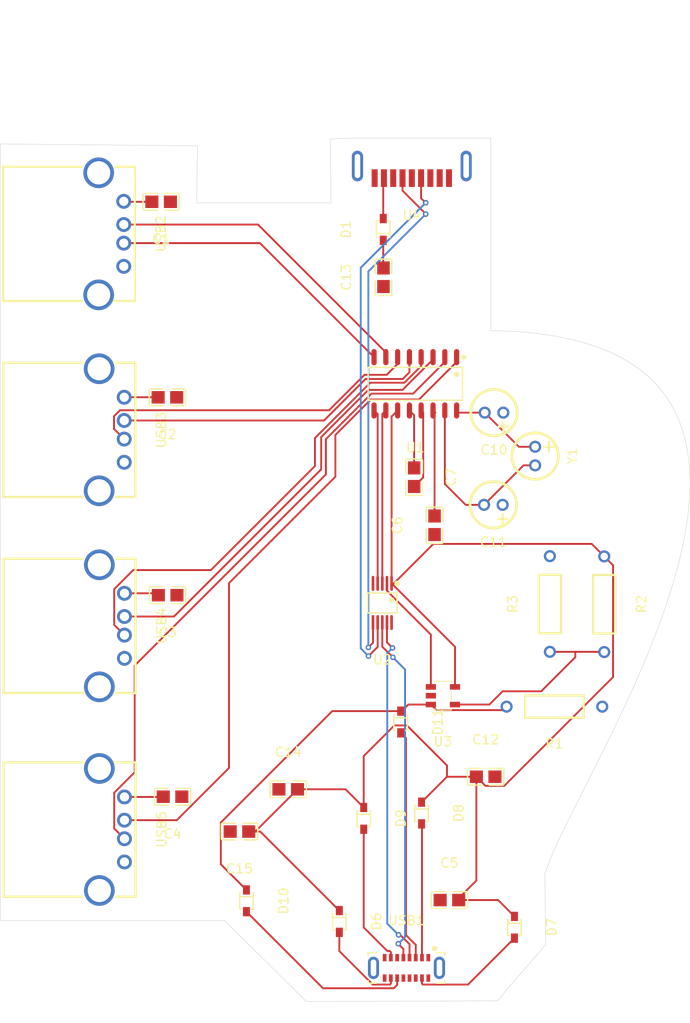
<source format=kicad_pcb>
(kicad_pcb (version 20241229) (generator "pcbnew") (generator_version "9.0")
  (layers (0 "F.Cu" signal) (2 "B.Cu" signal) (13 "F.Paste" user) (15 "B.Paste" user) (5 "F.SilkS" user "F.Silkscreen") (7 "B.SilkS" user "B.Silkscreen") (1 "F.Mask" user) (3 "B.Mask" user) (25 "Edge.Cuts" user))
  (net 0 "")
  (net 1 "GND")
  (net 2 "Powah")
  (net 3 "Net-(U1-VDD18)")
  (net 4 "Net-(U1-VDD33)")
  (net 5 "Net-(U1-XIN)")
  (net 6 "Net-(U1-XOUT)")
  (net 7 "Net-(D1-A)")
  (net 8 "CC")
  (net 9 "Net-(U3--IN)")
  (net 10 "DM3")
  (net 11 "DP4")
  (net 12 "DM4")
  (net 13 "DP2")
  (net 14 "DM ")
  (net 15 "DM2")
  (net 16 "DP3")
  (net 17 "DP1")
  (net 18 "DM1")
  (net 19 "DP")
  (net 20 "SEL")
  (net 21 "Net-(U2-HSD1-)")
  (net 22 "Net-(U2-HSD2+)")
  (net 23 "Net-(U2-HSD2-)")
  (net 24 "Net-(U2-HSD1+)")
  (net 30 "Net-(D6-A)")
  (net 31 "Net-(D7-A)")
  (net 32 "Net-(D8-A)")
  (net 33 "Net-(D9-A)")
  (net 34 "Net-(D10-A)")
  (net 35 "Net-(D11-A)")
  (footprint "Footprints:USB-A-TH_USB-231-ARY" (layer "F.Cu") (at 105.12 115.25 -90)
    (property "Reference" "USB4" (at 0 -5.35 90) (layer "F.SilkS"))
    (property "Value" "USB-231-ARY")
    (pad "1" thru_hole circle (at -3.5 -1.35 270) (size 1.6 1.6) (drill 0.999998) (layers "*.Cu" "*.Mask") (net 2 "Powah"))
    (pad "2" thru_hole circle (at -1 -1.35 270) (size 1.6 1.6) (drill 0.999998) (layers "*.Cu" "*.Mask") (net 10 "DM3"))
    (pad "3" thru_hole circle (at 1 -1.35 270) (size 1.6 1.6) (drill 0.999998) (layers "*.Cu" "*.Mask") (net 16 "DP3"))
    (pad "4" thru_hole circle (at 3.5 -1.35 270) (size 1.6 1.6) (drill 0.999998) (layers "*.Cu" "*.Mask") (net 1 "GND"))
    (pad "5" thru_hole circle (at -6.57 1.35 270) (size 3.3 3.3) (drill 2.50002) (layers "*.Cu" "*.Mask") (net 1 "GND"))
    (pad "6" thru_hole circle (at 6.57 1.35 270) (size 3.3 3.3) (drill 2.50002) (layers "*.Cu" "*.Mask") (net 1 "GND"))
  )
  (footprint "Footprints:SOD-323_L1.8-W1.3-LS2.5-RD" (layer "F.Cu") (at 119.6 144.855 -90)
    (property "Reference" "D10" (at 0 -4 90) (layer "F.SilkS"))
    (property "Value" "NSR0320MW2T1G")
    (pad "1" smd rect (at -1.17 0 270) (size 1 0.75) (layers "F.Cu" "F.Mask" "F.Paste") (net 8 "CC"))
    (pad "2" smd rect (at 1.17 0 270) (size 1 0.75) (layers "F.Cu" "F.Mask" "F.Paste") (net 34 "Net-(D10-A)"))
  )
  (footprint "Footprints:C0805" (layer "F.Cu") (at 110.42 69.6 180)
    (property "Reference" "C1" (at 0 -4 0) (layer "F.SilkS"))
    (property "Value" "10uf")
    (pad "1" smd rect (at -1 0 180) (size 1.41 1.35) (layers "F.Cu" "F.Mask" "F.Paste") (net 1 "GND"))
    (pad "2" smd rect (at 1 0 180) (size 1.41 1.35) (layers "F.Cu" "F.Mask" "F.Paste") (net 2 "Powah"))
  )
  (footprint "Footprints:USB-A-TH_USB-231-ARY" (layer "F.Cu") (at 105.045 73.05 -90)
    (property "Reference" "USB2" (at 0 -5.35 90) (layer "F.SilkS"))
    (property "Value" "USB-231-ARY")
    (pad "1" thru_hole circle (at -3.5 -1.35 270) (size 1.6 1.6) (drill 0.999998) (layers "*.Cu" "*.Mask") (net 2 "Powah"))
    (pad "2" thru_hole circle (at -1 -1.35 270) (size 1.6 1.6) (drill 0.999998) (layers "*.Cu" "*.Mask") (net 18 "DM1"))
    (pad "3" thru_hole circle (at 1 -1.35 270) (size 1.6 1.6) (drill 0.999998) (layers "*.Cu" "*.Mask") (net 17 "DP1"))
    (pad "4" thru_hole circle (at 3.5 -1.35 270) (size 1.6 1.6) (drill 0.999998) (layers "*.Cu" "*.Mask") (net 1 "GND"))
    (pad "5" thru_hole circle (at -6.57 1.35 270) (size 3.3 3.3) (drill 2.50002) (layers "*.Cu" "*.Mask") (net 1 "GND"))
    (pad "6" thru_hole circle (at 6.57 1.35 270) (size 3.3 3.3) (drill 2.50002) (layers "*.Cu" "*.Mask") (net 1 "GND"))
  )
  (footprint "Footprints:SOD-323_L1.8-W1.3-LS2.5-RD" (layer "F.Cu") (at 148.45 147.705 -90)
    (property "Reference" "D7" (at 0 -4 90) (layer "F.SilkS"))
    (property "Value" "NSR0320MW2T1G")
    (pad "1" smd rect (at -1.17 0 270) (size 1 0.75) (layers "F.Cu" "F.Mask" "F.Paste") (net 2 "Powah"))
    (pad "2" smd rect (at 1.17 0 270) (size 1 0.75) (layers "F.Cu" "F.Mask" "F.Paste") (net 31 "Net-(D7-A)"))
  )
  (footprint "Footprints:RES-TH_BD2.4-L6.3-P10.30-D0.6" (layer "F.Cu") (at 152.2625 112.9 90)
    (property "Reference" "R3" (at 0 -4 90) (layer "F.SilkS"))
    (property "Value" "4.7k")
    (pad "1" thru_hole circle (at -5.15 0 90) (size 1.3 1.3) (drill 0.799998) (layers "*.Cu" "*.Mask") (net 9 "Net-(U3--IN)"))
    (pad "2" thru_hole circle (at 5.15 0 90) (size 1.3 1.3) (drill 0.799998) (layers "*.Cu" "*.Mask") (net 1 "GND"))
  )
  (footprint "Footprints:CAP-TH_BD5.0-P2.00-D0.8-FD" (layer "F.Cu") (at 146.25 92.3 180)
    (property "Reference" "C10" (at 0 -4 0) (layer "F.SilkS"))
    (property "Value" "15pf")
    (pad "1" thru_hole circle (at -1 0 180) (size 1.3 1.3) (drill 0.799998) (layers "*.Cu" "*.Mask") (net 1 "GND"))
    (pad "2" thru_hole circle (at 1 0 180) (size 1.3 1.3) (drill 0.799998) (layers "*.Cu" "*.Mask") (net 5 "Net-(U1-XIN)"))
  )
  (footprint "Footprints:C0805" (layer "F.Cu") (at 141.45 144.775)
    (property "Reference" "C5" (at 0 -4 0) (layer "F.SilkS"))
    (property "Value" "10uf")
    (pad "1" smd rect (at -1 0) (size 1.41 1.35) (layers "F.Cu" "F.Mask" "F.Paste") (net 1 "GND"))
    (pad "2" smd rect (at 1 0) (size 1.41 1.35) (layers "F.Cu" "F.Mask" "F.Paste") (net 2 "Powah"))
  )
  (footprint "Footprints:C0805" (layer "F.Cu") (at 111.645 133.65 180)
    (property "Reference" "C4" (at 0 -4 0) (layer "F.SilkS"))
    (property "Value" "10uf")
    (pad "1" smd rect (at -1 0 180) (size 1.41 1.35) (layers "F.Cu" "F.Mask" "F.Paste") (net 1 "GND"))
    (pad "2" smd rect (at 1 0 180) (size 1.41 1.35) (layers "F.Cu" "F.Mask" "F.Paste") (net 2 "Powah"))
  )
  (footprint "Footprints:SOP-16_L10.0-W3.9-P1.27-LS6.0-BL" (layer "F.Cu") (at 137.775 89.195 180)
    (property "Reference" "U1" (at 0 -6.87 0) (layer "F.SilkS"))
    (property "Value" "SL2.1A_C6798314")
    (pad "1" smd oval (at -4.45 2.87 180) (size 0.56 1.75) (layers "F.Cu" "F.Mask" "F.Paste") (net 12 "DM4"))
    (pad "2" smd oval (at -3.18 2.87 180) (size 0.56 1.75) (layers "F.Cu" "F.Mask" "F.Paste") (net 11 "DP4"))
    (pad "3" smd oval (at -1.91 2.87 180) (size 0.56 1.75) (layers "F.Cu" "F.Mask" "F.Paste") (net 10 "DM3"))
    (pad "4" smd oval (at -0.63 2.87 180) (size 0.56 1.75) (layers "F.Cu" "F.Mask" "F.Paste") (net 16 "DP3"))
    (pad "5" smd oval (at 0.63 2.87 180) (size 0.56 1.75) (layers "F.Cu" "F.Mask" "F.Paste") (net 15 "DM2"))
    (pad "6" smd oval (at 1.9 2.87 180) (size 0.56 1.75) (layers "F.Cu" "F.Mask" "F.Paste") (net 13 "DP2"))
    (pad "7" smd oval (at 3.17 2.87 180) (size 0.56 1.75) (layers "F.Cu" "F.Mask" "F.Paste") (net 18 "DM1"))
    (pad "8" smd oval (at 4.44 2.87 180) (size 0.56 1.75) (layers "F.Cu" "F.Mask" "F.Paste") (net 17 "DP1"))
    (pad "9" smd oval (at 4.44 -2.87 180) (size 0.56 1.75) (layers "F.Cu" "F.Mask" "F.Paste") (net 14 "DM "))
    (pad "10" smd oval (at 3.17 -2.87 180) (size 0.56 1.75) (layers "F.Cu" "F.Mask" "F.Paste") (net 19 "DP"))
    (pad "11" smd oval (at 1.9 -2.87 180) (size 0.56 1.75) (layers "F.Cu" "F.Mask" "F.Paste") (net 2 "Powah"))
    (pad "12" smd oval (at 0.63 -2.87 180) (size 0.56 1.75) (layers "F.Cu" "F.Mask" "F.Paste") (net 1 "GND"))
    (pad "13" smd oval (at -0.63 -2.87 180) (size 0.56 1.75) (layers "F.Cu" "F.Mask" "F.Paste") (net 4 "Net-(U1-VDD33)"))
    (pad "14" smd oval (at -1.91 -2.87 180) (size 0.56 1.75) (layers "F.Cu" "F.Mask" "F.Paste") (net 3 "Net-(U1-VDD18)"))
    (pad "15" smd oval (at -3.18 -2.87 180) (size 0.56 1.75) (layers "F.Cu" "F.Mask" "F.Paste") (net 6 "Net-(U1-XOUT)"))
    (pad "16" smd oval (at -4.45 -2.87 180) (size 0.56 1.75) (layers "F.Cu" "F.Mask" "F.Paste") (net 5 "Net-(U1-XIN)"))
  )
  (footprint "Footprints:USB-A-TH_USB-231-ARY" (layer "F.Cu") (at 105.095 94.145 -90)
    (property "Reference" "USB3" (at 0 -5.35 90) (layer "F.SilkS"))
    (property "Value" "USB-231-ARY")
    (pad "1" thru_hole circle (at -3.5 -1.35 270) (size 1.6 1.6) (drill 0.999998) (layers "*.Cu" "*.Mask") (net 2 "Powah"))
    (pad "2" thru_hole circle (at -1 -1.35 270) (size 1.6 1.6) (drill 0.999998) (layers "*.Cu" "*.Mask") (net 15 "DM2"))
    (pad "3" thru_hole circle (at 1 -1.35 270) (size 1.6 1.6) (drill 0.999998) (layers "*.Cu" "*.Mask") (net 13 "DP2"))
    (pad "4" thru_hole circle (at 3.5 -1.35 270) (size 1.6 1.6) (drill 0.999998) (layers "*.Cu" "*.Mask") (net 1 "GND"))
    (pad "5" thru_hole circle (at -6.57 1.35 270) (size 3.3 3.3) (drill 2.50002) (layers "*.Cu" "*.Mask") (net 1 "GND"))
    (pad "6" thru_hole circle (at 6.57 1.35 270) (size 3.3 3.3) (drill 2.50002) (layers "*.Cu" "*.Mask") (net 1 "GND"))
  )
  (footprint "Footprints:SOD-323_L1.8-W1.3-LS2.5-RD" (layer "F.Cu") (at 138.45 135.405 -90)
    (property "Reference" "D8" (at 0 -4 90) (layer "F.SilkS"))
    (property "Value" "NSR0320MW2T1G")
    (pad "1" smd rect (at -1.17 0 270) (size 1 0.75) (layers "F.Cu" "F.Mask" "F.Paste") (net 2 "Powah"))
    (pad "2" smd rect (at 1.17 0 270) (size 1 0.75) (layers "F.Cu" "F.Mask" "F.Paste") (net 32 "Net-(D8-A)"))
  )
  (footprint "Footprints:RES-TH_BD2.4-L6.3-P10.30-D0.6" (layer "F.Cu") (at 158.1125 112.925 -90)
    (property "Reference" "R2" (at 0 -4 90) (layer "F.SilkS"))
    (property "Value" "10k")
    (pad "1" thru_hole circle (at -5.15 0 270) (size 1.3 1.3) (drill 0.799998) (layers "*.Cu" "*.Mask") (net 2 "Powah"))
    (pad "2" thru_hole circle (at 5.15 0 270) (size 1.3 1.3) (drill 0.799998) (layers "*.Cu" "*.Mask") (net 9 "Net-(U3--IN)"))
  )
  (footprint "Footprints:MSOP-10_L3.0-W3.0-P0.50-LS5.0-BL" (layer "F.Cu") (at 134.225 112.79 180)
    (property "Reference" "U2" (at 0 -6.11 0) (layer "F.SilkS"))
    (property "Value" "FSUSB42MUX")
    (pad "1" smd oval (at -1 2.11 180) (size 0.28 1.62) (layers "F.Cu" "F.Mask" "F.Paste") (net 2 "Powah"))
    (pad "2" smd oval (at -0.5 2.11 180) (size 0.28 1.62) (layers "F.Cu" "F.Mask" "F.Paste") (net 20 "SEL"))
    (pad "3" smd oval (at 0 2.11 180) (size 0.28 1.62) (layers "F.Cu" "F.Mask" "F.Paste") (net 19 "DP"))
    (pad "4" smd oval (at 0.5 2.11 180) (size 0.28 1.62) (layers "F.Cu" "F.Mask" "F.Paste") (net 14 "DM "))
    (pad "5" smd oval (at 1 2.11 180) (size 0.28 1.62) (layers "F.Cu" "F.Mask" "F.Paste") (net 1 "GND"))
    (pad "6" smd oval (at 1 -2.11 180) (size 0.28 1.62) (layers "F.Cu" "F.Mask" "F.Paste") (net 21 "Net-(U2-HSD1-)"))
    (pad "7" smd oval (at 0.5 -2.11 180) (size 0.28 1.62) (layers "F.Cu" "F.Mask" "F.Paste") (net 24 "Net-(U2-HSD1+)"))
    (pad "8" smd oval (at 0 -2.11 180) (size 0.28 1.62) (layers "F.Cu" "F.Mask" "F.Paste") (net 23 "Net-(U2-HSD2-)"))
    (pad "9" smd oval (at -0.5 -2.11 180) (size 0.28 1.62) (layers "F.Cu" "F.Mask" "F.Paste") (net 22 "Net-(U2-HSD2+)"))
    (pad "10" smd oval (at -1 -2.11 180) (size 0.28 1.62) (layers "F.Cu" "F.Mask" "F.Paste") (net 1 "GND"))
  )
  (footprint "Footprints:C0805" (layer "F.Cu") (at 111.12 111.95 180)
    (property "Reference" "C3" (at 0 -4 0) (layer "F.SilkS"))
    (property "Value" "10uf")
    (pad "1" smd rect (at -1 0 180) (size 1.41 1.35) (layers "F.Cu" "F.Mask" "F.Paste") (net 1 "GND"))
    (pad "2" smd rect (at 1 0 180) (size 1.41 1.35) (layers "F.Cu" "F.Mask" "F.Paste") (net 2 "Powah"))
  )
  (footprint "Footprints:CAP-TH_BD5.0-P2.00-D0.8-FD" (layer "F.Cu") (at 146.175 102.225 180)
    (property "Reference" "C11" (at 0 -4 0) (layer "F.SilkS"))
    (property "Value" "15pf")
    (pad "1" thru_hole circle (at -1 0 180) (size 1.3 1.3) (drill 0.799998) (layers "*.Cu" "*.Mask") (net 1 "GND"))
    (pad "2" thru_hole circle (at 1 0 180) (size 1.3 1.3) (drill 0.799998) (layers "*.Cu" "*.Mask") (net 6 "Net-(U1-XOUT)"))
  )
  (footprint "Footprints:TYPE-C-SMD_YTC-TC16S-128" (layer "F.Cu") (at 136.825 152.075)
    (property "Reference" "USB1" (at 0 -5.1 0) (layer "F.SilkS"))
    (property "Value" "YTC-TC16S-128_C2927282")
    (pad "A1" smd rect (at 2.35 -1.1) (size 0.4 0.79) (layers "F.Cu" "F.Mask" "F.Paste") (net 1 "GND"))
    (pad "A4" smd rect (at 1.67 -1.1) (size 0.4 0.79) (layers "F.Cu" "F.Mask" "F.Paste") (net 32 "Net-(D8-A)"))
    (pad "A5" smd rect (at 1 -1.1) (size 0.4 0.79) (layers "F.Cu" "F.Mask" "F.Paste") (net 35 "Net-(D11-A)"))
    (pad "A6" smd rect (at 0.33 -1.1) (size 0.4 0.79) (layers "F.Cu" "F.Mask" "F.Paste") (net 22 "Net-(U2-HSD2+)"))
    (pad "A7" smd rect (at -0.33 -1.1) (size 0.4 0.79) (layers "F.Cu" "F.Mask" "F.Paste") (net 23 "Net-(U2-HSD2-)"))
    (pad "A8" smd rect (at -1 -1.1) (size 0.4 0.79) (layers "F.Cu" "F.Mask" "F.Paste"))
    (pad "A9" smd rect (at -1.68 -1.1) (size 0.4 0.79) (layers "F.Cu" "F.Mask" "F.Paste") (net 33 "Net-(D9-A)"))
    (pad "A12" smd rect (at -2.35 -1.1) (size 0.4 0.79) (layers "F.Cu" "F.Mask" "F.Paste") (net 1 "GND"))
    (pad "B1" smd rect (at -2.35 1.1 180) (size 0.4 0.79) (layers "F.Cu" "F.Mask" "F.Paste") (net 1 "GND"))
    (pad "B4" smd rect (at -1.68 1.1 180) (size 0.4 0.79) (layers "F.Cu" "F.Mask" "F.Paste") (net 30 "Net-(D6-A)"))
    (pad "B5" smd rect (at -1 1.1 180) (size 0.4 0.79) (layers "F.Cu" "F.Mask" "F.Paste") (net 34 "Net-(D10-A)"))
    (pad "B6" smd rect (at -0.33 1.1 180) (size 0.4 0.79) (layers "F.Cu" "F.Mask" "F.Paste"))
    (pad "B7" smd rect (at 0.33 1.1 180) (size 0.4 0.79) (layers "F.Cu" "F.Mask" "F.Paste"))
    (pad "B8" smd rect (at 1 1.1 180) (size 0.4 0.79) (layers "F.Cu" "F.Mask" "F.Paste"))
    (pad "B9" smd rect (at 1.67 1.1 180) (size 0.4 0.79) (layers "F.Cu" "F.Mask" "F.Paste") (net 31 "Net-(D7-A)"))
    (pad "B12" smd rect (at 2.35 1.1 180) (size 0.4 0.79) (layers "F.Cu" "F.Mask" "F.Paste") (net 1 "GND"))
    (pad "EH1" thru_hole oval (at -3.55 0) (size 1.2 2.4) (drill oval 0.599999 1.799996) (layers "*.Cu" "*.Mask") (net 1 "GND"))
    (pad "EH2" thru_hole oval (at 3.55 0) (size 1.2 2.4) (drill oval 0.599999 1.799996) (layers "*.Cu" "*.Mask") (net 1 "GND"))
  )
  (footprint "Footprints:SOD-323_L1.8-W1.3-LS2.5-RD" (layer "F.Cu") (at 136.2 125.605 -90)
    (property "Reference" "D11" (at 0 -4 90) (layer "F.SilkS"))
    (property "Value" "NSR0320MW2T1G")
    (pad "1" smd rect (at -1.17 0 270) (size 1 0.75) (layers "F.Cu" "F.Mask" "F.Paste") (net 8 "CC"))
    (pad "2" smd rect (at 1.17 0 270) (size 1 0.75) (layers "F.Cu" "F.Mask" "F.Paste") (net 35 "Net-(D11-A)"))
  )
  (footprint "Footprints:SOD-323_L1.8-W1.3-LS2.5-RD" (layer "F.Cu") (at 134.325 72.575 90)
    (property "Reference" "D1" (at 0 -4 90) (layer "F.SilkS"))
    (property "Value" "NSR0320MW2T1G")
    (pad "1" smd rect (at -1.17 0 90) (size 1 0.75) (layers "F.Cu" "F.Mask" "F.Paste") (net 2 "Powah"))
    (pad "2" smd rect (at 1.17 0 90) (size 1 0.75) (layers "F.Cu" "F.Mask" "F.Paste") (net 7 "Net-(D1-A)"))
  )
  (footprint "Footprints:C0805" (layer "F.Cu") (at 124.1 132.85)
    (property "Reference" "C14" (at 0 -4 0) (layer "F.SilkS"))
    (property "Value" "10uf")
    (pad "1" smd rect (at -1 0) (size 1.41 1.35) (layers "F.Cu" "F.Mask" "F.Paste") (net 1 "GND"))
    (pad "2" smd rect (at 1 0) (size 1.41 1.35) (layers "F.Cu" "F.Mask" "F.Paste") (net 2 "Powah"))
  )
  (footprint "Footprints:C0805" (layer "F.Cu") (at 137.65 99.25 -90)
    (property "Reference" "C7" (at 0 -4 90) (layer "F.SilkS"))
    (property "Value" "10uf")
    (pad "1" smd rect (at -1 0 270) (size 1.41 1.35) (layers "F.Cu" "F.Mask" "F.Paste") (net 1 "GND"))
    (pad "2" smd rect (at 1 0 270) (size 1.41 1.35) (layers "F.Cu" "F.Mask" "F.Paste") (net 4 "Net-(U1-VDD33)"))
  )
  (footprint "Footprints:USB-A-TH_USB-231-ARY" (layer "F.Cu") (at 105.12 137.175 -90)
    (property "Reference" "USB5" (at 0 -5.35 90) (layer "F.SilkS"))
    (property "Value" "USB-231-ARY")
    (pad "1" thru_hole circle (at -3.5 -1.35 270) (size 1.6 1.6) (drill 0.999998) (layers "*.Cu" "*.Mask") (net 2 "Powah"))
    (pad "2" thru_hole circle (at -1 -1.35 270) (size 1.6 1.6) (drill 0.999998) (layers "*.Cu" "*.Mask") (net 12 "DM4"))
    (pad "3" thru_hole circle (at 1 -1.35 270) (size 1.6 1.6) (drill 0.999998) (layers "*.Cu" "*.Mask") (net 11 "DP4"))
    (pad "4" thru_hole circle (at 3.5 -1.35 270) (size 1.6 1.6) (drill 0.999998) (layers "*.Cu" "*.Mask") (net 1 "GND"))
    (pad "5" thru_hole circle (at -6.57 1.35 270) (size 3.3 3.3) (drill 2.50002) (layers "*.Cu" "*.Mask") (net 1 "GND"))
    (pad "6" thru_hole circle (at 6.57 1.35 270) (size 3.3 3.3) (drill 2.50002) (layers "*.Cu" "*.Mask") (net 1 "GND"))
  )
  (footprint "Footprints:SOD-323_L1.8-W1.3-LS2.5-RD" (layer "F.Cu") (at 132.225 135.98 -90)
    (property "Reference" "D9" (at 0 -4 90) (layer "F.SilkS"))
    (property "Value" "NSR0320MW2T1G")
    (pad "1" smd rect (at -1.17 0 270) (size 1 0.75) (layers "F.Cu" "F.Mask" "F.Paste") (net 2 "Powah"))
    (pad "2" smd rect (at 1.17 0 270) (size 1 0.75) (layers "F.Cu" "F.Mask" "F.Paste") (net 33 "Net-(D9-A)"))
  )
  (footprint "Footprints:SOD-323_L1.8-W1.3-LS2.5-RD" (layer "F.Cu") (at 129.6 147.08 -90)
    (property "Reference" "D6" (at 0 -4 90) (layer "F.SilkS"))
    (property "Value" "NSR0320MW2T1G")
    (pad "1" smd rect (at -1.17 0 270) (size 1 0.75) (layers "F.Cu" "F.Mask" "F.Paste") (net 2 "Powah"))
    (pad "2" smd rect (at 1.17 0 270) (size 1 0.75) (layers "F.Cu" "F.Mask" "F.Paste") (net 30 "Net-(D6-A)"))
  )
  (footprint "Footprints:C0805" (layer "F.Cu") (at 139.85 104.425 90)
    (property "Reference" "C6" (at 0 -4 90) (layer "F.SilkS"))
    (property "Value" "10uf")
    (pad "1" smd rect (at -1 0 90) (size 1.41 1.35) (layers "F.Cu" "F.Mask" "F.Paste") (net 1 "GND"))
    (pad "2" smd rect (at 1 0 90) (size 1.41 1.35) (layers "F.Cu" "F.Mask" "F.Paste") (net 3 "Net-(U1-VDD18)"))
  )
  (footprint "Footprints:C0805" (layer "F.Cu") (at 111.095 90.65 180)
    (property "Reference" "C2" (at 0 -4 0) (layer "F.SilkS"))
    (property "Value" "10uf")
    (pad "1" smd rect (at -1 0 180) (size 1.41 1.35) (layers "F.Cu" "F.Mask" "F.Paste") (net 1 "GND"))
    (pad "2" smd rect (at 1 0 180) (size 1.41 1.35) (layers "F.Cu" "F.Mask" "F.Paste") (net 2 "Powah"))
  )
  (footprint "Footprints:SOT-23-5_L3.0-W1.7-P0.95-LS2.8-BR" (layer "F.Cu") (at 140.75 122.775 180)
    (property "Reference" "U3" (at 0 -4.95 0) (layer "F.SilkS"))
    (property "Value" "LMV7219M5X/NOPB")
    (pad "1" smd rect (at 1.3 0.95 180) (size 1.1 0.6) (layers "F.Cu" "F.Mask" "F.Paste") (net 20 "SEL"))
    (pad "2" smd rect (at 1.3 0 180) (size 1.1 0.6) (layers "F.Cu" "F.Mask" "F.Paste") (net 1 "GND"))
    (pad "3" smd rect (at 1.3 -0.95 180) (size 1.1 0.6) (layers "F.Cu" "F.Mask" "F.Paste") (net 8 "CC"))
    (pad "4" smd rect (at -1.3 -0.95 180) (size 1.1 0.6) (layers "F.Cu" "F.Mask" "F.Paste") (net 9 "Net-(U3--IN)"))
    (pad "5" smd rect (at -1.3 0.95 180) (size 1.1 0.6) (layers "F.Cu" "F.Mask" "F.Paste") (net 2 "Powah"))
  )
  (footprint "Footprints:C0805" (layer "F.Cu") (at 118.85 137.4 180)
    (property "Reference" "C15" (at 0 -4 0) (layer "F.SilkS"))
    (property "Value" "10uf")
    (pad "1" smd rect (at -1 0 180) (size 1.41 1.35) (layers "F.Cu" "F.Mask" "F.Paste") (net 2 "Powah"))
    (pad "2" smd rect (at 1 0 180) (size 1.41 1.35) (layers "F.Cu" "F.Mask" "F.Paste") (net 1 "GND"))
  )
  (footprint "Footprints:CAP-TH_BD5.0-P2.00-D0.8-FD" (layer "F.Cu") (at 150.675 96.975 -90)
    (property "Reference" "Y1" (at 0 -4 90) (layer "F.SilkS"))
    (property "Value" "12Mhz")
    (pad "1" thru_hole circle (at -1 0 270) (size 1.3 1.3) (drill 0.799998) (layers "*.Cu" "*.Mask") (net 5 "Net-(U1-XIN)"))
    (pad "2" thru_hole circle (at 1 0 270) (size 1.3 1.3) (drill 0.799998) (layers "*.Cu" "*.Mask") (net 6 "Net-(U1-XOUT)"))
  )
  (footprint "Footprints:C0805" (layer "F.Cu") (at 134.35 77.725 90)
    (property "Reference" "C13" (at 0 -4 90) (layer "F.SilkS"))
    (property "Value" "10uf")
    (pad "1" smd rect (at -1 0 90) (size 1.41 1.35) (layers "F.Cu" "F.Mask" "F.Paste") (net 1 "GND"))
    (pad "2" smd rect (at 1 0 90) (size 1.41 1.35) (layers "F.Cu" "F.Mask" "F.Paste") (net 2 "Powah"))
  )
  (footprint "Footprints:USB-3.0-A-SMD_HC-USB3.0-C26" (layer "F.Cu") (at 137.4 66.4 180)
    (property "Reference" "U4" (at 0 -4.65 0) (layer "F.SilkS"))
    (property "Value" "HC-USB3.0-C26")
    (pad "1" smd rect (at 3 -0.65 180) (size 0.65 1.9) (layers "F.Cu" "F.Mask" "F.Paste") (net 7 "Net-(D1-A)"))
    (pad "2" smd rect (at 1 -0.65 180) (size 0.65 1.9) (layers "F.Cu" "F.Mask" "F.Paste") (net 21 "Net-(U2-HSD1-)"))
    (pad "3" smd rect (at -1 -0.65 180) (size 0.65 1.9) (layers "F.Cu" "F.Mask" "F.Paste") (net 24 "Net-(U2-HSD1+)"))
    (pad "4" smd rect (at -3 -0.65 180) (size 0.65 1.9) (layers "F.Cu" "F.Mask" "F.Paste") (net 1 "GND"))
    (pad "5" smd rect (at -4 -0.65 180) (size 0.65 1.9) (layers "F.Cu" "F.Mask" "F.Paste"))
    (pad "6" smd rect (at -2 -0.65 180) (size 0.65 1.9) (layers "F.Cu" "F.Mask" "F.Paste"))
    (pad "7" smd rect (at 0 -0.65 180) (size 0.65 1.9) (layers "F.Cu" "F.Mask" "F.Paste"))
    (pad "8" smd rect (at 2 -0.65 180) (size 0.65 1.9) (layers "F.Cu" "F.Mask" "F.Paste"))
    (pad "9" smd rect (at 4 -0.65 180) (size 0.65 1.9) (layers "F.Cu" "F.Mask" "F.Paste"))
    (pad "10" thru_hole oval (at -5.85 0.65 180) (size 1.2 3.3) (drill oval 0.599999 2.599995) (layers "*.Cu" "*.Mask") (net 1 "GND"))
    (pad "11" thru_hole oval (at 5.85 0.65 180) (size 1.2 3.3) (drill oval 0.599999 2.599995) (layers "*.Cu" "*.Mask") (net 1 "GND"))
  )
  (footprint "Footprints:C0805" (layer "F.Cu") (at 145.35 131.5)
    (property "Reference" "C12" (at 0 -4 0) (layer "F.SilkS"))
    (property "Value" "10uf")
    (pad "1" smd rect (at -1 0) (size 1.41 1.35) (layers "F.Cu" "F.Mask" "F.Paste") (net 2 "Powah"))
    (pad "2" smd rect (at 1 0) (size 1.41 1.35) (layers "F.Cu" "F.Mask" "F.Paste") (net 1 "GND"))
  )
  (footprint "Footprints:RES-TH_BD2.4-L6.3-P10.30-D0.6" (layer "F.Cu") (at 152.75 123.95 180)
    (property "Reference" "R1" (at 0 -4 0) (layer "F.SilkS"))
    (property "Value" "100k")
    (pad "1" thru_hole circle (at -5.15 0 180) (size 1.3 1.3) (drill 0.799998) (layers "*.Cu" "*.Mask") (net 1 "GND"))
    (pad "2" thru_hole circle (at 5.15 0 180) (size 1.3 1.3) (drill 0.799998) (layers "*.Cu" "*.Mask") (net 8 "CC"))
  )
  (gr_line (start 117.25 146.975) (end 93.1 146.975) (stroke (width 0.05)) (layer "Edge.Cuts"))
  (gr_line (start 114.25 69.725) (end 128.7 69.725) (stroke (width 0.05)) (layer "Edge.Cuts"))
  (gr_line (start 130.6 62.75) (end 145.9 62.75) (stroke (width 0.05)) (layer "Edge.Cuts"))
  (gr_line (start 147.525 154.525) (end 146.65 155.625) (stroke (width 0.05)) (layer "Edge.Cuts"))
  (gr_line (start 128.625 62.85) (end 130.6 62.75) (stroke (width 0.05)) (layer "Edge.Cuts"))
  (gr_curve (pts (xy 145.9 83.475) (xy 188.8 84) (xy 154.55 131.825) (xy 151.725 142)) (stroke (width 0.05)) (layer "Edge.Cuts"))
  (gr_line (start 128.7 69.725) (end 128.625 62.85) (stroke (width 0.05)) (layer "Edge.Cuts"))
  (gr_line (start 114.325 63.575) (end 114.25 69.725) (stroke (width 0.05)) (layer "Edge.Cuts"))
  (gr_line (start 151.8 149.6) (end 147.525 154.525) (stroke (width 0.05)) (layer "Edge.Cuts"))
  (gr_line (start 126.05 155.7) (end 117.25 146.975) (stroke (width 0.05)) (layer "Edge.Cuts"))
  (gr_line (start 145.9 62.75) (end 145.9 83.475) (stroke (width 0.05)) (layer "Edge.Cuts"))
  (gr_line (start 146.65 155.625) (end 126.05 155.7) (stroke (width 0.05)) (layer "Edge.Cuts"))
  (gr_line (start 151.725 142) (end 151.8 149.6) (stroke (width 0.05)) (layer "Edge.Cuts"))
  (gr_line (start 93.1 146.975) (end 93.1 63.375) (stroke (width 0.05)) (layer "Edge.Cuts"))
  (gr_line (start 93.1 63.375) (end 114.325 63.575) (stroke (width 0.05)) (layer "Edge.Cuts"))
  (segment (start 137.65 92.57) (end 137.145 92.065) (width 0.2) (layer "F.Cu") (net 1))
  (segment (start 137.65 98.25) (end 137.65 92.57) (width 0.2) (layer "F.Cu") (net 1))
  (segment (start 144.35 142.675) (end 144.35 131.5) (width 0.2) (layer "F.Cu") (net 2))
  (segment (start 132.225 129.273) (end 135.524 125.974) (width 0.2) (layer "F.Cu") (net 2))
  (segment (start 110.62 133.675) (end 110.645 133.65) (width 0.2) (layer "F.Cu") (net 2))
  (segment (start 106.47 133.675) (end 110.62 133.675) (width 0.2) (layer "F.Cu") (net 2))
  (segment (start 142.05 121.825) (end 142.05 117.505) (width 0.2) (layer "F.Cu") (net 2))
  (segment (start 141.185 131.5) (end 138.45 134.235) (width 0.2) (layer "F.Cu") (net 2))
  (segment (start 145.326 132.476) (end 144.35 131.5) (width 0.2) (layer "F.Cu") (net 2))
  (segment (start 119.85 137.4) (end 121.09 137.4) (width 0.2) (layer "F.Cu") (net 2))
  (segment (start 147.356 132.476) (end 145.326 132.476) (width 0.2) (layer "F.Cu") (net 2))
  (segment (start 156.7685 106.431) (end 139.719 106.431) (width 0.2) (layer "F.Cu") (net 2))
  (segment (start 132.225 134.81) (end 132.225 129.273) (width 0.2) (layer "F.Cu") (net 2))
  (segment (start 139.719 106.431) (end 135.3475 110.8025) (width 0.2) (layer "F.Cu") (net 2))
  (segment (start 109.42 69.6) (end 106.445 69.6) (width 0.2) (layer "F.Cu") (net 2))
  (segment (start 106.445 69.6) (end 106.395 69.55) (width 0.2) (layer "F.Cu") (net 2))
  (segment (start 135.225 92.715) (end 135.875 92.065) (width 0.2) (layer "F.Cu") (net 2))
  (segment (start 159.0635 120.7685) (end 147.356 132.476) (width 0.2) (layer "F.Cu") (net 2))
  (segment (start 109.92 111.75) (end 110.12 111.95) (width 0.2) (layer "F.Cu") (net 2))
  (segment (start 142.05 117.505) (end 135.3475 110.8025) (width 0.2) (layer "F.Cu") (net 2))
  (segment (start 159.0635 108.726) (end 159.0635 120.7685) (width 0.2) (layer "F.Cu") (net 2))
  (segment (start 136.876 125.974) (end 141.185 130.283) (width 0.2) (layer "F.Cu") (net 2))
  (segment (start 158.1125 107.775) (end 159.0635 108.726) (width 0.2) (layer "F.Cu") (net 2))
  (segment (start 106.47 111.75) (end 109.92 111.75) (width 0.2) (layer "F.Cu") (net 2))
  (segment (start 135.225 110.68) (end 135.225 92.715) (width 0.2) (layer "F.Cu") (net 2))
  (segment (start 141.185 130.283) (end 141.185 131.5) (width 0.2) (layer "F.Cu") (net 2))
  (segment (start 125.1 132.85) (end 130.265 132.85) (width 0.2) (layer "F.Cu") (net 2))
  (segment (start 120.55 137.4) (end 125.1 132.85) (width 0.2) (layer "F.Cu") (net 2))
  (segment (start 142.45 144.575) (end 144.35 142.675) (width 0.2) (layer "F.Cu") (net 2))
  (segment (start 134.325 73.745) (end 134.325 76.7) (width 0.2) (layer "F.Cu") (net 2))
  (segment (start 135.3475 110.8025) (end 135.225 110.68) (width 0.2) (layer "F.Cu") (net 2))
  (segment (start 130.265 132.85) (end 132.225 134.81) (width 0.2) (layer "F.Cu") (net 2))
  (segment (start 144.35 131.5) (end 141.185 131.5) (width 0.2) (layer "F.Cu") (net 2))
  (segment (start 134.325 76.7) (end 134.35 76.725) (width 0.2) (layer "F.Cu") (net 2))
  (segment (start 110.09 90.645) (end 110.095 90.65) (width 0.2) (layer "F.Cu") (net 2))
  (segment (start 121.09 137.4) (end 129.6 145.91) (width 0.2) (layer "F.Cu") (net 2))
  (segment (start 142.45 144.775) (end 146.69 144.775) (width 0.2) (layer "F.Cu") (net 2))
  (segment (start 142.45 144.775) (end 142.45 144.575) (width 0.2) (layer "F.Cu") (net 2))
  (segment (start 106.445 90.645) (end 110.09 90.645) (width 0.2) (layer "F.Cu") (net 2))
  (segment (start 119.85 137.4) (end 120.55 137.4) (width 0.2) (layer "F.Cu") (net 2))
  (segment (start 158.1125 107.775) (end 156.7685 106.431) (width 0.2) (layer "F.Cu") (net 2))
  (segment (start 135.524 125.974) (end 136.876 125.974) (width 0.2) (layer "F.Cu") (net 2))
  (segment (start 146.69 144.775) (end 148.45 146.535) (width 0.2) (layer "F.Cu") (net 2))
  (segment (start 139.85 92.23) (end 139.685 92.065) (width 0.2) (layer "F.Cu") (net 3))
  (segment (start 139.85 103.425) (end 139.85 92.23) (width 0.2) (layer "F.Cu") (net 3))
  (segment (start 139.925 92.305) (end 139.685 92.065) (width 0.2) (layer "F.Cu") (net 3))
  (segment (start 138.405 92.065) (end 138.626 92.286) (width 0.2) (layer "F.Cu") (net 4))
  (segment (start 138.626 99.274) (end 137.65 100.25) (width 0.2) (layer "F.Cu") (net 4))
  (segment (start 138.626 92.286) (end 138.626 99.274) (width 0.2) (layer "F.Cu") (net 4))
  (segment (start 148.925 95.975) (end 150.675 95.975) (width 0.2) (layer "F.Cu") (net 5))
  (segment (start 145.25 92.3) (end 142.46 92.3) (width 0.2) (layer "F.Cu") (net 5))
  (segment (start 145.25 92.3) (end 148.925 95.975) (width 0.2) (layer "F.Cu") (net 5))
  (segment (start 142.46 92.3) (end 142.225 92.065) (width 0.2) (layer "F.Cu") (net 5))
  (segment (start 143.2 102.225) (end 140.955 99.98) (width 0.2) (layer "F.Cu") (net 6))
  (segment (start 150.675 97.975) (end 149.425 97.975) (width 0.2) (layer "F.Cu") (net 6))
  (segment (start 145.175 102.225) (end 143.2 102.225) (width 0.2) (layer "F.Cu") (net 6))
  (segment (start 149.425 97.975) (end 145.175 102.225) (width 0.2) (layer "F.Cu") (net 6))
  (segment (start 140.955 99.98) (end 140.955 92.065) (width 0.2) (layer "F.Cu") (net 6))
  (segment (start 134.325 71.405) (end 134.325 67.125) (width 0.2) (layer "F.Cu") (net 7))
  (segment (start 134.325 67.125) (end 134.4 67.05) (width 0.2) (layer "F.Cu") (net 7))
  (segment (start 139.45 123.725) (end 140.051 124.326) (width 0.2) (layer "F.Cu") (net 8))
  (segment (start 137.025 123.725) (end 139.45 123.725) (width 0.2) (layer "F.Cu") (net 8))
  (segment (start 140.051 124.326) (end 147.224 124.326) (width 0.2) (layer "F.Cu") (net 8))
  (segment (start 119.6 143.685) (end 116.844 140.929) (width 0.2) (layer "F.Cu") (net 8))
  (segment (start 147.224 124.326) (end 147.6 123.95) (width 0.2) (layer "F.Cu") (net 8))
  (segment (start 136.2 124.435) (end 136.315 124.435) (width 0.2) (layer "F.Cu") (net 8))
  (segment (start 136.315 124.435) (end 137.025 123.725) (width 0.2) (layer "F.Cu") (net 8))
  (segment (start 116.844 140.929) (end 116.844 136.424) (width 0.2) (layer "F.Cu") (net 8))
  (segment (start 116.844 136.424) (end 128.833 124.435) (width 0.2) (layer "F.Cu") (net 8))
  (segment (start 128.833 124.435) (end 136.2 124.435) (width 0.2) (layer "F.Cu") (net 8))
  (segment (start 152.2625 118.05) (end 155 118.05) (width 0.2) (layer "F.Cu") (net 9))
  (segment (start 158.0875 118.05) (end 158.1125 118.075) (width 0.2) (layer "F.Cu") (net 9))
  (segment (start 145.75 123.725) (end 147.175 122.3) (width 0.2) (layer "F.Cu") (net 9))
  (segment (start 155 118.05) (end 158.0875 118.05) (width 0.2) (layer "F.Cu") (net 9))
  (segment (start 147.175 122.3) (end 151.325 122.3) (width 0.2) (layer "F.Cu") (net 9))
  (segment (start 155 118.625) (end 155 118.05) (width 0.2) (layer "F.Cu") (net 9))
  (segment (start 151.325 122.3) (end 155 118.625) (width 0.2) (layer "F.Cu") (net 9))
  (segment (start 142.05 123.725) (end 145.75 123.725) (width 0.2) (layer "F.Cu") (net 9))
  (segment (start 127.65 98.402) (end 127.65 94.925) (width 0.2) (layer "F.Cu") (net 10))
  (segment (start 127.65 94.925) (end 132.725 89.85) (width 0.2) (layer "F.Cu") (net 10))
  (segment (start 136.4 89.85) (end 139.685 86.565) (width 0.2) (layer "F.Cu") (net 10))
  (segment (start 106.47 114.25) (end 111.802 114.25) (width 0.2) (layer "F.Cu") (net 10))
  (segment (start 111.802 114.25) (end 127.65 98.402) (width 0.2) (layer "F.Cu") (net 10))
  (segment (start 139.685 86.565) (end 139.685 86.325) (width 0.2) (layer "F.Cu") (net 10))
  (segment (start 132.725 89.85) (end 136.4 89.85) (width 0.2) (layer "F.Cu") (net 10))
  (segment (start 107.571 119.529) (end 128.15 98.95) (width 0.2) (layer "F.Cu") (net 11))
  (segment (start 106.47 138.175) (end 105.369 137.074) (width 0.2) (layer "F.Cu") (net 11))
  (segment (start 128.15 95.1579) (end 133.0569 90.251) (width 0.2) (layer "F.Cu") (net 11))
  (segment (start 107.571 131.01695) (end 107.571 119.529) (width 0.2) (layer "F.Cu") (net 11))
  (segment (start 140.955 86.84) (end 140.955 86.325) (width 0.2) (layer "F.Cu") (net 11))
  (segment (start 105.369 137.074) (end 105.369 133.21895) (width 0.2) (layer "F.Cu") (net 11))
  (segment (start 137.544 90.251) (end 140.955 86.84) (width 0.2) (layer "F.Cu") (net 11))
  (segment (start 105.369 133.21895) (end 107.571 131.01695) (width 0.2) (layer "F.Cu") (net 11))
  (segment (start 128.15 98.95) (end 128.15 95.1579) (width 0.2) (layer "F.Cu") (net 11))
  (segment (start 133.0569 90.251) (end 137.544 90.251) (width 0.2) (layer "F.Cu") (net 11))
  (segment (start 117.725 130.552) (end 117.725 110.65) (width 0.2) (layer "F.Cu") (net 12))
  (segment (start 112.102 136.175) (end 117.725 130.552) (width 0.2) (layer "F.Cu") (net 12))
  (segment (start 117.725 110.65) (end 129.175 99.2) (width 0.2) (layer "F.Cu") (net 12))
  (segment (start 132.986 90.889) (end 138.176 90.889) (width 0.2) (layer "F.Cu") (net 12))
  (segment (start 129.175 99.2) (end 129.175 94.7) (width 0.2) (layer "F.Cu") (net 12))
  (segment (start 129.175 94.7) (end 132.986 90.889) (width 0.2) (layer "F.Cu") (net 12))
  (segment (start 106.47 136.175) (end 112.102 136.175) (width 0.2) (layer "F.Cu") (net 12))
  (segment (start 138.176 90.889) (end 142.225 86.84) (width 0.2) (layer "F.Cu") (net 12))
  (segment (start 142.225 86.84) (end 142.225 86.325) (width 0.2) (layer "F.Cu") (net 12))
  (segment (start 134.7 88.225) (end 135.875 87.05) (width 0.2) (layer "F.Cu") (net 13))
  (segment (start 132.3079 88.225) (end 134.7 88.225) (width 0.2) (layer "F.Cu") (net 13))
  (segment (start 106.445 95.145) (end 105.344 94.044) (width 0.2) (layer "F.Cu") (net 13))
  (segment (start 135.875 87.05) (end 135.875 86.325) (width 0.2) (layer "F.Cu") (net 13))
  (segment (start 105.344 92.68895) (end 105.98895 92.044) (width 0.2) (layer "F.Cu") (net 13))
  (segment (start 128.4889 92.044) (end 132.3079 88.225) (width 0.2) (layer "F.Cu") (net 13))
  (segment (start 105.98895 92.044) (end 128.4889 92.044) (width 0.2) (layer "F.Cu") (net 13))
  (segment (start 105.344 94.044) (end 105.344 92.68895) (width 0.2) (layer "F.Cu") (net 13))
  (segment (start 133.725 110.68) (end 133.725 92.455) (width 0.2) (layer "F.Cu") (net 14))
  (segment (start 133.725 92.455) (end 133.335 92.065) (width 0.2) (layer "F.Cu") (net 14))
  (segment (start 127.955 93.145) (end 132.425 88.675) (width 0.2) (layer "F.Cu") (net 15))
  (segment (start 106.445 93.145) (end 127.955 93.145) (width 0.2) (layer "F.Cu") (net 15))
  (segment (start 136.425 88.675) (end 137.15 87.95) (width 0.2) (layer "F.Cu") (net 15))
  (segment (start 132.425 88.675) (end 136.425 88.675) (width 0.2) (layer "F.Cu") (net 15))
  (segment (start 137.145 87.945) (end 137.145 86.325) (width 0.2) (layer "F.Cu") (net 15))
  (segment (start 137.15 87.95) (end 137.145 87.945) (width 0.2) (layer "F.Cu") (net 15))
  (segment (start 106.47 116.25) (end 105.369 115.149) (width 0.2) (layer "F.Cu") (net 16))
  (segment (start 115.775 109.25) (end 126.975 98.05) (width 0.2) (layer "F.Cu") (net 16))
  (segment (start 136.6069 89.076) (end 138.405 87.2779) (width 0.2) (layer "F.Cu") (net 16))
  (segment (start 107.41295 109.25) (end 115.775 109.25) (width 0.2) (layer "F.Cu") (net 16))
  (segment (start 126.975 98.05) (end 126.975 95.0329) (width 0.2) (layer "F.Cu") (net 16))
  (segment (start 132.9319 89.076) (end 136.6069 89.076) (width 0.2) (layer "F.Cu") (net 16))
  (segment (start 105.369 115.149) (end 105.369 111.29395) (width 0.2) (layer "F.Cu") (net 16))
  (segment (start 105.369 111.29395) (end 107.41295 109.25) (width 0.2) (layer "F.Cu") (net 16))
  (segment (start 138.405 87.2779) (end 138.405 86.325) (width 0.2) (layer "F.Cu") (net 16))
  (segment (start 126.975 95.0329) (end 132.9319 89.076) (width 0.2) (layer "F.Cu") (net 16))
  (segment (start 106.395 74.05) (end 121.06 74.05) (width 0.2) (layer "F.Cu") (net 17))
  (segment (start 121.06 74.05) (end 133.335 86.325) (width 0.2) (layer "F.Cu") (net 17))
  (segment (start 106.395 72.05) (end 120.845 72.05) (width 0.2) (layer "F.Cu") (net 18))
  (segment (start 134.605 85.81) (end 134.605 86.325) (width 0.2) (layer "F.Cu") (net 18))
  (segment (start 120.845 72.05) (end 134.605 85.81) (width 0.2) (layer "F.Cu") (net 18))
  (segment (start 134.225 110.68) (end 134.225 92.445) (width 0.2) (layer "F.Cu") (net 19))
  (segment (start 134.225 92.445) (end 134.605 92.065) (width 0.2) (layer "F.Cu") (net 19))
  (segment (start 139.45 121.825) (end 139.45 116.198668) (width 0.2) (layer "F.Cu") (net 20))
  (segment (start 134.725 111.473668) (end 134.725 110.68) (width 0.2) (layer "F.Cu") (net 20))
  (segment (start 139.45 116.198668) (end 134.725 111.473668) (width 0.2) (layer "F.Cu") (net 20))
  (segment (start 133.225 117.075) (end 132.725 117.575) (width 0.2) (layer "F.Cu") (net 21))
  (segment (start 136.4 68.4) (end 138.925 70.925) (width 0.2) (layer "F.Cu") (net 21))
  (segment (start 136.4 67.05) (end 136.4 68.4) (width 0.2) (layer "F.Cu") (net 21))
  (segment (start 133.225 114.9) (end 133.225 117.075) (width 0.2) (layer "F.Cu") (net 21))
  (via (at 132.725 117.575) (size 0.6) (drill 0.3) (layers "F.Cu" "B.Cu") (net 21))
  (via (at 138.9 70.925) (size 0.6) (drill 0.3) (layers "F.Cu" "B.Cu") (net 21))
  (segment (start 132.725 77.1) (end 132.725 117.575) (width 0.2) (layer "B.Cu") (net 21))
  (segment (start 138.9 70.925) (end 132.725 77.1) (width 0.2) (layer "B.Cu") (net 21))
  (segment (start 137.155 149.53) (end 136.0625 148.4375) (width 0.2) (layer "F.Cu") (net 22))
  (segment (start 134.725 117.025) (end 135.325 117.625) (width 0.2) (layer "F.Cu") (net 22))
  (segment (start 137.155 150.975) (end 137.155 149.53) (width 0.2) (layer "F.Cu") (net 22))
  (segment (start 134.725 114.9) (end 134.725 117.025) (width 0.2) (layer "F.Cu") (net 22))
  (via (at 135.975 148.525) (size 0.6) (drill 0.3) (layers "F.Cu" "B.Cu") (net 22))
  (via (at 135.325 117.625) (size 0.6) (drill 0.3) (layers "F.Cu" "B.Cu") (net 22))
  (segment (start 134.7615 147.3115) (end 135.975 148.525) (width 0.2) (layer "B.Cu") (net 22))
  (segment (start 135.325 117.625) (end 134.7615 118.1885) (width 0.2) (layer "B.Cu") (net 22))
  (segment (start 134.7615 118.1885) (end 134.7615 147.3115) (width 0.2) (layer "B.Cu") (net 22))
  (segment (start 135.3625 118.6375) (end 135.4 118.675) (width 0.2) (layer "F.Cu") (net 23))
  (segment (start 136.495 150.975) (end 136.495 150.045) (width 0.2) (layer "F.Cu") (net 23))
  (segment (start 134.225 114.9) (end 134.225 117.5) (width 0.2) (layer "F.Cu") (net 23))
  (segment (start 136.495 150.045) (end 135.9 149.45) (width 0.2) (layer "F.Cu") (net 23))
  (segment (start 134.225 117.5) (end 135.3625 118.6375) (width 0.2) (layer "F.Cu") (net 23))
  (via (at 135.3625 118.6375) (size 0.6) (drill 0.3) (layers "F.Cu" "B.Cu") (net 23))
  (via (at 135.95 149.475) (size 0.6) (drill 0.3) (layers "F.Cu" "B.Cu") (net 23))
  (segment (start 136.675 119.95) (end 136.675 148.75) (width 0.2) (layer "B.Cu") (net 23))
  (segment (start 135.3625 118.6375) (end 136.675 119.95) (width 0.2) (layer "B.Cu") (net 23))
  (segment (start 136.675 148.75) (end 135.95 149.475) (width 0.2) (layer "B.Cu") (net 23))
  (segment (start 132.7375 118.5125) (end 132.725 118.525) (width 0.2) (layer "F.Cu") (net 24))
  (segment (start 133.725 117.525) (end 132.7375 118.5125) (width 0.2) (layer "F.Cu") (net 24))
  (segment (start 138.4 67.05) (end 138.4 69.225) (width 0.2) (layer "F.Cu") (net 24))
  (segment (start 133.725 114.9) (end 133.725 117.525) (width 0.2) (layer "F.Cu") (net 24))
  (segment (start 138.4 69.225) (end 138.875 69.7) (width 0.2) (layer "F.Cu") (net 24))
  (via (at 138.9 69.7) (size 0.6) (drill 0.3) (layers "F.Cu" "B.Cu") (net 24))
  (via (at 132.7375 118.5125) (size 0.6) (drill 0.3) (layers "F.Cu" "B.Cu") (net 24))
  (segment (start 131.9 76.7) (end 131.9 117.675) (width 0.2) (layer "B.Cu") (net 24))
  (segment (start 131.9 117.675) (end 132.7375 118.5125) (width 0.2) (layer "B.Cu") (net 24))
  (segment (start 138.9 69.7) (end 131.9 76.7) (width 0.2) (layer "B.Cu") (net 24))
  (segment (start 133.196794 153.871) (end 135.044 153.871) (width 0.2) (layer "F.Cu") (net 30))
  (segment (start 129.6 148.25) (end 129.6 150.274206) (width 0.2) (layer "F.Cu") (net 30))
  (segment (start 135.044 153.871) (end 135.145 153.77) (width 0.2) (layer "F.Cu") (net 30))
  (segment (start 129.6 150.274206) (end 133.196794 153.871) (width 0.2) (layer "F.Cu") (net 30))
  (segment (start 135.145 153.77) (end 135.145 153.175) (width 0.2) (layer "F.Cu") (net 30))
  (segment (start 138.596 153.871) (end 138.495 153.77) (width 0.2) (layer "F.Cu") (net 31))
  (segment (start 138.495 153.77) (end 138.495 153.175) (width 0.2) (layer "F.Cu") (net 31))
  (segment (start 143.454 153.871) (end 138.596 153.871) (width 0.2) (layer "F.Cu") (net 31))
  (segment (start 148.45 148.875) (end 143.454 153.871) (width 0.2) (layer "F.Cu") (net 31))
  (segment (start 138.495 136.62) (end 138.45 136.575) (width 0.2) (layer "F.Cu") (net 32))
  (segment (start 138.495 150.975) (end 138.495 136.62) (width 0.2) (layer "F.Cu") (net 32))
  (segment (start 132.225 137.15) (end 132.225 147.725) (width 0.2) (layer "F.Cu") (net 33))
  (segment (start 135.145 150.38) (end 135.145 150.975) (width 0.2) (layer "F.Cu") (net 33))
  (segment (start 135.015 150.25) (end 135.145 150.38) (width 0.2) (layer "F.Cu") (net 33))
  (segment (start 134.75 150.25) (end 135.015 150.25) (width 0.2) (layer "F.Cu") (net 33))
  (segment (start 132.225 147.725) (end 134.75 150.25) (width 0.2) (layer "F.Cu") (net 33))
  (segment (start 119.6 146.025) (end 127.847 154.272) (width 0.2) (layer "F.Cu") (net 34))
  (segment (start 127.847 154.272) (end 135.453 154.272) (width 0.2) (layer "F.Cu") (net 34))
  (segment (start 135.453 154.272) (end 135.825 153.9) (width 0.2) (layer "F.Cu") (net 34))
  (segment (start 135.825 153.9) (end 135.825 153.175) (width 0.2) (layer "F.Cu") (net 34))
  (segment (start 136.775 127.35) (end 136.775 148.55) (width 0.2) (layer "F.Cu") (net 35))
  (segment (start 136.2 126.775) (end 136.775 127.35) (width 0.2) (layer "F.Cu") (net 35))
  (segment (start 136.775 148.55) (end 137.825 149.6) (width 0.2) (layer "F.Cu") (net 35))
  (segment (start 137.825 149.6) (end 137.825 150.975) (width 0.2) (layer "F.Cu") (net 35))
)
</source>
